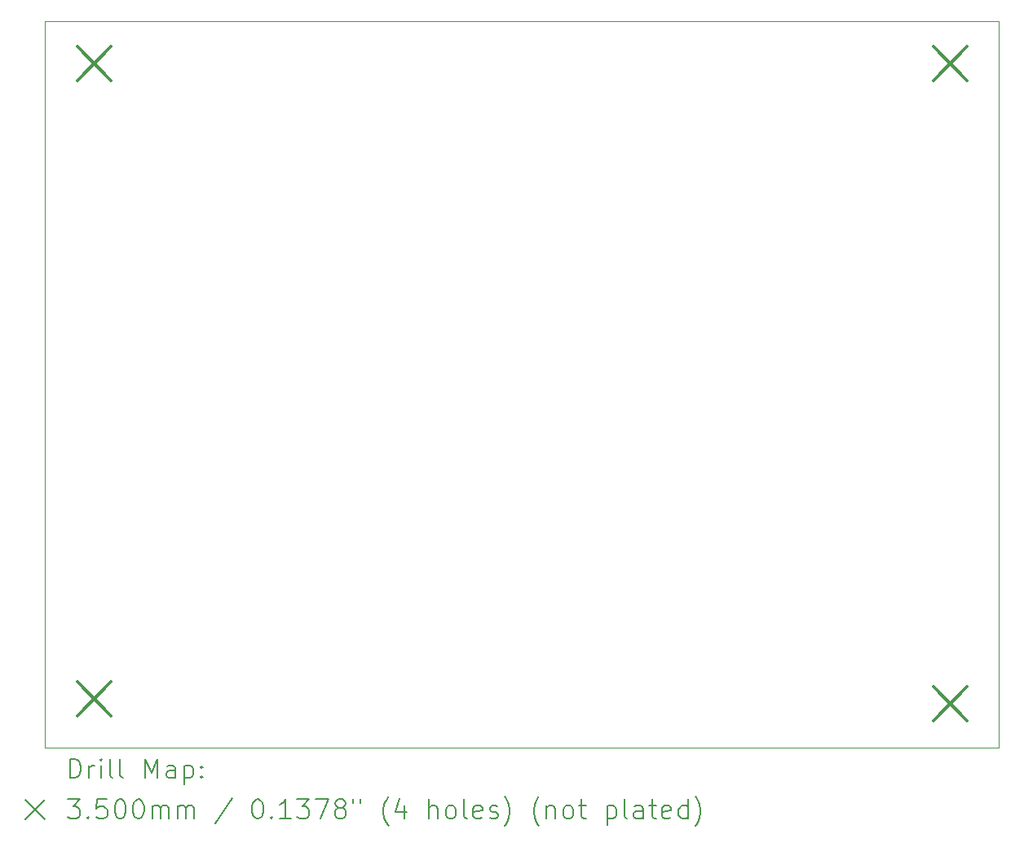
<source format=gbr>
%TF.GenerationSoftware,KiCad,Pcbnew,9.0.2*%
%TF.CreationDate,2026-02-09T22:24:12+09:00*%
%TF.ProjectId,EMUZ80_RP2040,454d555a-3830-45f5-9250-323034302e6b,Rev001*%
%TF.SameCoordinates,Original*%
%TF.FileFunction,Drillmap*%
%TF.FilePolarity,Positive*%
%FSLAX45Y45*%
G04 Gerber Fmt 4.5, Leading zero omitted, Abs format (unit mm)*
G04 Created by KiCad (PCBNEW 9.0.2) date 2026-02-09 22:24:12*
%MOMM*%
%LPD*%
G01*
G04 APERTURE LIST*
%ADD10C,0.100000*%
%ADD11C,0.200000*%
%ADD12C,0.350000*%
G04 APERTURE END LIST*
D10*
X10338500Y-14227000D02*
X10338500Y-6670500D01*
X20244500Y-6670500D02*
X20244500Y-14227000D01*
X20244500Y-14227000D02*
X10338500Y-14227000D01*
X20244500Y-6670500D02*
X10338500Y-6670500D01*
D11*
D12*
X10671500Y-6940000D02*
X11021500Y-7290000D01*
X11021500Y-6940000D02*
X10671500Y-7290000D01*
X10671500Y-13544000D02*
X11021500Y-13894000D01*
X11021500Y-13544000D02*
X10671500Y-13894000D01*
X19561500Y-6940000D02*
X19911500Y-7290000D01*
X19911500Y-6940000D02*
X19561500Y-7290000D01*
X19561500Y-13594800D02*
X19911500Y-13944800D01*
X19911500Y-13594800D02*
X19561500Y-13944800D01*
D11*
X10594277Y-14543484D02*
X10594277Y-14343484D01*
X10594277Y-14343484D02*
X10641896Y-14343484D01*
X10641896Y-14343484D02*
X10670467Y-14353008D01*
X10670467Y-14353008D02*
X10689515Y-14372055D01*
X10689515Y-14372055D02*
X10699039Y-14391103D01*
X10699039Y-14391103D02*
X10708563Y-14429198D01*
X10708563Y-14429198D02*
X10708563Y-14457769D01*
X10708563Y-14457769D02*
X10699039Y-14495865D01*
X10699039Y-14495865D02*
X10689515Y-14514912D01*
X10689515Y-14514912D02*
X10670467Y-14533960D01*
X10670467Y-14533960D02*
X10641896Y-14543484D01*
X10641896Y-14543484D02*
X10594277Y-14543484D01*
X10794277Y-14543484D02*
X10794277Y-14410150D01*
X10794277Y-14448246D02*
X10803801Y-14429198D01*
X10803801Y-14429198D02*
X10813324Y-14419674D01*
X10813324Y-14419674D02*
X10832372Y-14410150D01*
X10832372Y-14410150D02*
X10851420Y-14410150D01*
X10918086Y-14543484D02*
X10918086Y-14410150D01*
X10918086Y-14343484D02*
X10908563Y-14353008D01*
X10908563Y-14353008D02*
X10918086Y-14362531D01*
X10918086Y-14362531D02*
X10927610Y-14353008D01*
X10927610Y-14353008D02*
X10918086Y-14343484D01*
X10918086Y-14343484D02*
X10918086Y-14362531D01*
X11041896Y-14543484D02*
X11022848Y-14533960D01*
X11022848Y-14533960D02*
X11013324Y-14514912D01*
X11013324Y-14514912D02*
X11013324Y-14343484D01*
X11146658Y-14543484D02*
X11127610Y-14533960D01*
X11127610Y-14533960D02*
X11118086Y-14514912D01*
X11118086Y-14514912D02*
X11118086Y-14343484D01*
X11375229Y-14543484D02*
X11375229Y-14343484D01*
X11375229Y-14343484D02*
X11441896Y-14486341D01*
X11441896Y-14486341D02*
X11508562Y-14343484D01*
X11508562Y-14343484D02*
X11508562Y-14543484D01*
X11689515Y-14543484D02*
X11689515Y-14438722D01*
X11689515Y-14438722D02*
X11679991Y-14419674D01*
X11679991Y-14419674D02*
X11660943Y-14410150D01*
X11660943Y-14410150D02*
X11622848Y-14410150D01*
X11622848Y-14410150D02*
X11603801Y-14419674D01*
X11689515Y-14533960D02*
X11670467Y-14543484D01*
X11670467Y-14543484D02*
X11622848Y-14543484D01*
X11622848Y-14543484D02*
X11603801Y-14533960D01*
X11603801Y-14533960D02*
X11594277Y-14514912D01*
X11594277Y-14514912D02*
X11594277Y-14495865D01*
X11594277Y-14495865D02*
X11603801Y-14476817D01*
X11603801Y-14476817D02*
X11622848Y-14467293D01*
X11622848Y-14467293D02*
X11670467Y-14467293D01*
X11670467Y-14467293D02*
X11689515Y-14457769D01*
X11784753Y-14410150D02*
X11784753Y-14610150D01*
X11784753Y-14419674D02*
X11803801Y-14410150D01*
X11803801Y-14410150D02*
X11841896Y-14410150D01*
X11841896Y-14410150D02*
X11860943Y-14419674D01*
X11860943Y-14419674D02*
X11870467Y-14429198D01*
X11870467Y-14429198D02*
X11879991Y-14448246D01*
X11879991Y-14448246D02*
X11879991Y-14505388D01*
X11879991Y-14505388D02*
X11870467Y-14524436D01*
X11870467Y-14524436D02*
X11860943Y-14533960D01*
X11860943Y-14533960D02*
X11841896Y-14543484D01*
X11841896Y-14543484D02*
X11803801Y-14543484D01*
X11803801Y-14543484D02*
X11784753Y-14533960D01*
X11965705Y-14524436D02*
X11975229Y-14533960D01*
X11975229Y-14533960D02*
X11965705Y-14543484D01*
X11965705Y-14543484D02*
X11956182Y-14533960D01*
X11956182Y-14533960D02*
X11965705Y-14524436D01*
X11965705Y-14524436D02*
X11965705Y-14543484D01*
X11965705Y-14419674D02*
X11975229Y-14429198D01*
X11975229Y-14429198D02*
X11965705Y-14438722D01*
X11965705Y-14438722D02*
X11956182Y-14429198D01*
X11956182Y-14429198D02*
X11965705Y-14419674D01*
X11965705Y-14419674D02*
X11965705Y-14438722D01*
X10133500Y-14772000D02*
X10333500Y-14972000D01*
X10333500Y-14772000D02*
X10133500Y-14972000D01*
X10575229Y-14763484D02*
X10699039Y-14763484D01*
X10699039Y-14763484D02*
X10632372Y-14839674D01*
X10632372Y-14839674D02*
X10660944Y-14839674D01*
X10660944Y-14839674D02*
X10679991Y-14849198D01*
X10679991Y-14849198D02*
X10689515Y-14858722D01*
X10689515Y-14858722D02*
X10699039Y-14877769D01*
X10699039Y-14877769D02*
X10699039Y-14925388D01*
X10699039Y-14925388D02*
X10689515Y-14944436D01*
X10689515Y-14944436D02*
X10679991Y-14953960D01*
X10679991Y-14953960D02*
X10660944Y-14963484D01*
X10660944Y-14963484D02*
X10603801Y-14963484D01*
X10603801Y-14963484D02*
X10584753Y-14953960D01*
X10584753Y-14953960D02*
X10575229Y-14944436D01*
X10784753Y-14944436D02*
X10794277Y-14953960D01*
X10794277Y-14953960D02*
X10784753Y-14963484D01*
X10784753Y-14963484D02*
X10775229Y-14953960D01*
X10775229Y-14953960D02*
X10784753Y-14944436D01*
X10784753Y-14944436D02*
X10784753Y-14963484D01*
X10975229Y-14763484D02*
X10879991Y-14763484D01*
X10879991Y-14763484D02*
X10870467Y-14858722D01*
X10870467Y-14858722D02*
X10879991Y-14849198D01*
X10879991Y-14849198D02*
X10899039Y-14839674D01*
X10899039Y-14839674D02*
X10946658Y-14839674D01*
X10946658Y-14839674D02*
X10965705Y-14849198D01*
X10965705Y-14849198D02*
X10975229Y-14858722D01*
X10975229Y-14858722D02*
X10984753Y-14877769D01*
X10984753Y-14877769D02*
X10984753Y-14925388D01*
X10984753Y-14925388D02*
X10975229Y-14944436D01*
X10975229Y-14944436D02*
X10965705Y-14953960D01*
X10965705Y-14953960D02*
X10946658Y-14963484D01*
X10946658Y-14963484D02*
X10899039Y-14963484D01*
X10899039Y-14963484D02*
X10879991Y-14953960D01*
X10879991Y-14953960D02*
X10870467Y-14944436D01*
X11108563Y-14763484D02*
X11127610Y-14763484D01*
X11127610Y-14763484D02*
X11146658Y-14773008D01*
X11146658Y-14773008D02*
X11156182Y-14782531D01*
X11156182Y-14782531D02*
X11165705Y-14801579D01*
X11165705Y-14801579D02*
X11175229Y-14839674D01*
X11175229Y-14839674D02*
X11175229Y-14887293D01*
X11175229Y-14887293D02*
X11165705Y-14925388D01*
X11165705Y-14925388D02*
X11156182Y-14944436D01*
X11156182Y-14944436D02*
X11146658Y-14953960D01*
X11146658Y-14953960D02*
X11127610Y-14963484D01*
X11127610Y-14963484D02*
X11108563Y-14963484D01*
X11108563Y-14963484D02*
X11089515Y-14953960D01*
X11089515Y-14953960D02*
X11079991Y-14944436D01*
X11079991Y-14944436D02*
X11070467Y-14925388D01*
X11070467Y-14925388D02*
X11060944Y-14887293D01*
X11060944Y-14887293D02*
X11060944Y-14839674D01*
X11060944Y-14839674D02*
X11070467Y-14801579D01*
X11070467Y-14801579D02*
X11079991Y-14782531D01*
X11079991Y-14782531D02*
X11089515Y-14773008D01*
X11089515Y-14773008D02*
X11108563Y-14763484D01*
X11299039Y-14763484D02*
X11318086Y-14763484D01*
X11318086Y-14763484D02*
X11337134Y-14773008D01*
X11337134Y-14773008D02*
X11346658Y-14782531D01*
X11346658Y-14782531D02*
X11356182Y-14801579D01*
X11356182Y-14801579D02*
X11365705Y-14839674D01*
X11365705Y-14839674D02*
X11365705Y-14887293D01*
X11365705Y-14887293D02*
X11356182Y-14925388D01*
X11356182Y-14925388D02*
X11346658Y-14944436D01*
X11346658Y-14944436D02*
X11337134Y-14953960D01*
X11337134Y-14953960D02*
X11318086Y-14963484D01*
X11318086Y-14963484D02*
X11299039Y-14963484D01*
X11299039Y-14963484D02*
X11279991Y-14953960D01*
X11279991Y-14953960D02*
X11270467Y-14944436D01*
X11270467Y-14944436D02*
X11260943Y-14925388D01*
X11260943Y-14925388D02*
X11251420Y-14887293D01*
X11251420Y-14887293D02*
X11251420Y-14839674D01*
X11251420Y-14839674D02*
X11260943Y-14801579D01*
X11260943Y-14801579D02*
X11270467Y-14782531D01*
X11270467Y-14782531D02*
X11279991Y-14773008D01*
X11279991Y-14773008D02*
X11299039Y-14763484D01*
X11451420Y-14963484D02*
X11451420Y-14830150D01*
X11451420Y-14849198D02*
X11460943Y-14839674D01*
X11460943Y-14839674D02*
X11479991Y-14830150D01*
X11479991Y-14830150D02*
X11508563Y-14830150D01*
X11508563Y-14830150D02*
X11527610Y-14839674D01*
X11527610Y-14839674D02*
X11537134Y-14858722D01*
X11537134Y-14858722D02*
X11537134Y-14963484D01*
X11537134Y-14858722D02*
X11546658Y-14839674D01*
X11546658Y-14839674D02*
X11565705Y-14830150D01*
X11565705Y-14830150D02*
X11594277Y-14830150D01*
X11594277Y-14830150D02*
X11613324Y-14839674D01*
X11613324Y-14839674D02*
X11622848Y-14858722D01*
X11622848Y-14858722D02*
X11622848Y-14963484D01*
X11718086Y-14963484D02*
X11718086Y-14830150D01*
X11718086Y-14849198D02*
X11727610Y-14839674D01*
X11727610Y-14839674D02*
X11746658Y-14830150D01*
X11746658Y-14830150D02*
X11775229Y-14830150D01*
X11775229Y-14830150D02*
X11794277Y-14839674D01*
X11794277Y-14839674D02*
X11803801Y-14858722D01*
X11803801Y-14858722D02*
X11803801Y-14963484D01*
X11803801Y-14858722D02*
X11813324Y-14839674D01*
X11813324Y-14839674D02*
X11832372Y-14830150D01*
X11832372Y-14830150D02*
X11860943Y-14830150D01*
X11860943Y-14830150D02*
X11879991Y-14839674D01*
X11879991Y-14839674D02*
X11889515Y-14858722D01*
X11889515Y-14858722D02*
X11889515Y-14963484D01*
X12279991Y-14753960D02*
X12108563Y-15011103D01*
X12537134Y-14763484D02*
X12556182Y-14763484D01*
X12556182Y-14763484D02*
X12575229Y-14773008D01*
X12575229Y-14773008D02*
X12584753Y-14782531D01*
X12584753Y-14782531D02*
X12594277Y-14801579D01*
X12594277Y-14801579D02*
X12603801Y-14839674D01*
X12603801Y-14839674D02*
X12603801Y-14887293D01*
X12603801Y-14887293D02*
X12594277Y-14925388D01*
X12594277Y-14925388D02*
X12584753Y-14944436D01*
X12584753Y-14944436D02*
X12575229Y-14953960D01*
X12575229Y-14953960D02*
X12556182Y-14963484D01*
X12556182Y-14963484D02*
X12537134Y-14963484D01*
X12537134Y-14963484D02*
X12518086Y-14953960D01*
X12518086Y-14953960D02*
X12508563Y-14944436D01*
X12508563Y-14944436D02*
X12499039Y-14925388D01*
X12499039Y-14925388D02*
X12489515Y-14887293D01*
X12489515Y-14887293D02*
X12489515Y-14839674D01*
X12489515Y-14839674D02*
X12499039Y-14801579D01*
X12499039Y-14801579D02*
X12508563Y-14782531D01*
X12508563Y-14782531D02*
X12518086Y-14773008D01*
X12518086Y-14773008D02*
X12537134Y-14763484D01*
X12689515Y-14944436D02*
X12699039Y-14953960D01*
X12699039Y-14953960D02*
X12689515Y-14963484D01*
X12689515Y-14963484D02*
X12679991Y-14953960D01*
X12679991Y-14953960D02*
X12689515Y-14944436D01*
X12689515Y-14944436D02*
X12689515Y-14963484D01*
X12889515Y-14963484D02*
X12775229Y-14963484D01*
X12832372Y-14963484D02*
X12832372Y-14763484D01*
X12832372Y-14763484D02*
X12813325Y-14792055D01*
X12813325Y-14792055D02*
X12794277Y-14811103D01*
X12794277Y-14811103D02*
X12775229Y-14820627D01*
X12956182Y-14763484D02*
X13079991Y-14763484D01*
X13079991Y-14763484D02*
X13013325Y-14839674D01*
X13013325Y-14839674D02*
X13041896Y-14839674D01*
X13041896Y-14839674D02*
X13060944Y-14849198D01*
X13060944Y-14849198D02*
X13070467Y-14858722D01*
X13070467Y-14858722D02*
X13079991Y-14877769D01*
X13079991Y-14877769D02*
X13079991Y-14925388D01*
X13079991Y-14925388D02*
X13070467Y-14944436D01*
X13070467Y-14944436D02*
X13060944Y-14953960D01*
X13060944Y-14953960D02*
X13041896Y-14963484D01*
X13041896Y-14963484D02*
X12984753Y-14963484D01*
X12984753Y-14963484D02*
X12965706Y-14953960D01*
X12965706Y-14953960D02*
X12956182Y-14944436D01*
X13146658Y-14763484D02*
X13279991Y-14763484D01*
X13279991Y-14763484D02*
X13194277Y-14963484D01*
X13384753Y-14849198D02*
X13365706Y-14839674D01*
X13365706Y-14839674D02*
X13356182Y-14830150D01*
X13356182Y-14830150D02*
X13346658Y-14811103D01*
X13346658Y-14811103D02*
X13346658Y-14801579D01*
X13346658Y-14801579D02*
X13356182Y-14782531D01*
X13356182Y-14782531D02*
X13365706Y-14773008D01*
X13365706Y-14773008D02*
X13384753Y-14763484D01*
X13384753Y-14763484D02*
X13422848Y-14763484D01*
X13422848Y-14763484D02*
X13441896Y-14773008D01*
X13441896Y-14773008D02*
X13451420Y-14782531D01*
X13451420Y-14782531D02*
X13460944Y-14801579D01*
X13460944Y-14801579D02*
X13460944Y-14811103D01*
X13460944Y-14811103D02*
X13451420Y-14830150D01*
X13451420Y-14830150D02*
X13441896Y-14839674D01*
X13441896Y-14839674D02*
X13422848Y-14849198D01*
X13422848Y-14849198D02*
X13384753Y-14849198D01*
X13384753Y-14849198D02*
X13365706Y-14858722D01*
X13365706Y-14858722D02*
X13356182Y-14868246D01*
X13356182Y-14868246D02*
X13346658Y-14887293D01*
X13346658Y-14887293D02*
X13346658Y-14925388D01*
X13346658Y-14925388D02*
X13356182Y-14944436D01*
X13356182Y-14944436D02*
X13365706Y-14953960D01*
X13365706Y-14953960D02*
X13384753Y-14963484D01*
X13384753Y-14963484D02*
X13422848Y-14963484D01*
X13422848Y-14963484D02*
X13441896Y-14953960D01*
X13441896Y-14953960D02*
X13451420Y-14944436D01*
X13451420Y-14944436D02*
X13460944Y-14925388D01*
X13460944Y-14925388D02*
X13460944Y-14887293D01*
X13460944Y-14887293D02*
X13451420Y-14868246D01*
X13451420Y-14868246D02*
X13441896Y-14858722D01*
X13441896Y-14858722D02*
X13422848Y-14849198D01*
X13537134Y-14763484D02*
X13537134Y-14801579D01*
X13613325Y-14763484D02*
X13613325Y-14801579D01*
X13908563Y-15039674D02*
X13899039Y-15030150D01*
X13899039Y-15030150D02*
X13879991Y-15001579D01*
X13879991Y-15001579D02*
X13870468Y-14982531D01*
X13870468Y-14982531D02*
X13860944Y-14953960D01*
X13860944Y-14953960D02*
X13851420Y-14906341D01*
X13851420Y-14906341D02*
X13851420Y-14868246D01*
X13851420Y-14868246D02*
X13860944Y-14820627D01*
X13860944Y-14820627D02*
X13870468Y-14792055D01*
X13870468Y-14792055D02*
X13879991Y-14773008D01*
X13879991Y-14773008D02*
X13899039Y-14744436D01*
X13899039Y-14744436D02*
X13908563Y-14734912D01*
X14070468Y-14830150D02*
X14070468Y-14963484D01*
X14022848Y-14753960D02*
X13975229Y-14896817D01*
X13975229Y-14896817D02*
X14099039Y-14896817D01*
X14327610Y-14963484D02*
X14327610Y-14763484D01*
X14413325Y-14963484D02*
X14413325Y-14858722D01*
X14413325Y-14858722D02*
X14403801Y-14839674D01*
X14403801Y-14839674D02*
X14384753Y-14830150D01*
X14384753Y-14830150D02*
X14356182Y-14830150D01*
X14356182Y-14830150D02*
X14337134Y-14839674D01*
X14337134Y-14839674D02*
X14327610Y-14849198D01*
X14537134Y-14963484D02*
X14518087Y-14953960D01*
X14518087Y-14953960D02*
X14508563Y-14944436D01*
X14508563Y-14944436D02*
X14499039Y-14925388D01*
X14499039Y-14925388D02*
X14499039Y-14868246D01*
X14499039Y-14868246D02*
X14508563Y-14849198D01*
X14508563Y-14849198D02*
X14518087Y-14839674D01*
X14518087Y-14839674D02*
X14537134Y-14830150D01*
X14537134Y-14830150D02*
X14565706Y-14830150D01*
X14565706Y-14830150D02*
X14584753Y-14839674D01*
X14584753Y-14839674D02*
X14594277Y-14849198D01*
X14594277Y-14849198D02*
X14603801Y-14868246D01*
X14603801Y-14868246D02*
X14603801Y-14925388D01*
X14603801Y-14925388D02*
X14594277Y-14944436D01*
X14594277Y-14944436D02*
X14584753Y-14953960D01*
X14584753Y-14953960D02*
X14565706Y-14963484D01*
X14565706Y-14963484D02*
X14537134Y-14963484D01*
X14718087Y-14963484D02*
X14699039Y-14953960D01*
X14699039Y-14953960D02*
X14689515Y-14934912D01*
X14689515Y-14934912D02*
X14689515Y-14763484D01*
X14870468Y-14953960D02*
X14851420Y-14963484D01*
X14851420Y-14963484D02*
X14813325Y-14963484D01*
X14813325Y-14963484D02*
X14794277Y-14953960D01*
X14794277Y-14953960D02*
X14784753Y-14934912D01*
X14784753Y-14934912D02*
X14784753Y-14858722D01*
X14784753Y-14858722D02*
X14794277Y-14839674D01*
X14794277Y-14839674D02*
X14813325Y-14830150D01*
X14813325Y-14830150D02*
X14851420Y-14830150D01*
X14851420Y-14830150D02*
X14870468Y-14839674D01*
X14870468Y-14839674D02*
X14879991Y-14858722D01*
X14879991Y-14858722D02*
X14879991Y-14877769D01*
X14879991Y-14877769D02*
X14784753Y-14896817D01*
X14956182Y-14953960D02*
X14975230Y-14963484D01*
X14975230Y-14963484D02*
X15013325Y-14963484D01*
X15013325Y-14963484D02*
X15032372Y-14953960D01*
X15032372Y-14953960D02*
X15041896Y-14934912D01*
X15041896Y-14934912D02*
X15041896Y-14925388D01*
X15041896Y-14925388D02*
X15032372Y-14906341D01*
X15032372Y-14906341D02*
X15013325Y-14896817D01*
X15013325Y-14896817D02*
X14984753Y-14896817D01*
X14984753Y-14896817D02*
X14965706Y-14887293D01*
X14965706Y-14887293D02*
X14956182Y-14868246D01*
X14956182Y-14868246D02*
X14956182Y-14858722D01*
X14956182Y-14858722D02*
X14965706Y-14839674D01*
X14965706Y-14839674D02*
X14984753Y-14830150D01*
X14984753Y-14830150D02*
X15013325Y-14830150D01*
X15013325Y-14830150D02*
X15032372Y-14839674D01*
X15108563Y-15039674D02*
X15118087Y-15030150D01*
X15118087Y-15030150D02*
X15137134Y-15001579D01*
X15137134Y-15001579D02*
X15146658Y-14982531D01*
X15146658Y-14982531D02*
X15156182Y-14953960D01*
X15156182Y-14953960D02*
X15165706Y-14906341D01*
X15165706Y-14906341D02*
X15165706Y-14868246D01*
X15165706Y-14868246D02*
X15156182Y-14820627D01*
X15156182Y-14820627D02*
X15146658Y-14792055D01*
X15146658Y-14792055D02*
X15137134Y-14773008D01*
X15137134Y-14773008D02*
X15118087Y-14744436D01*
X15118087Y-14744436D02*
X15108563Y-14734912D01*
X15470468Y-15039674D02*
X15460944Y-15030150D01*
X15460944Y-15030150D02*
X15441896Y-15001579D01*
X15441896Y-15001579D02*
X15432372Y-14982531D01*
X15432372Y-14982531D02*
X15422849Y-14953960D01*
X15422849Y-14953960D02*
X15413325Y-14906341D01*
X15413325Y-14906341D02*
X15413325Y-14868246D01*
X15413325Y-14868246D02*
X15422849Y-14820627D01*
X15422849Y-14820627D02*
X15432372Y-14792055D01*
X15432372Y-14792055D02*
X15441896Y-14773008D01*
X15441896Y-14773008D02*
X15460944Y-14744436D01*
X15460944Y-14744436D02*
X15470468Y-14734912D01*
X15546658Y-14830150D02*
X15546658Y-14963484D01*
X15546658Y-14849198D02*
X15556182Y-14839674D01*
X15556182Y-14839674D02*
X15575230Y-14830150D01*
X15575230Y-14830150D02*
X15603801Y-14830150D01*
X15603801Y-14830150D02*
X15622849Y-14839674D01*
X15622849Y-14839674D02*
X15632372Y-14858722D01*
X15632372Y-14858722D02*
X15632372Y-14963484D01*
X15756182Y-14963484D02*
X15737134Y-14953960D01*
X15737134Y-14953960D02*
X15727611Y-14944436D01*
X15727611Y-14944436D02*
X15718087Y-14925388D01*
X15718087Y-14925388D02*
X15718087Y-14868246D01*
X15718087Y-14868246D02*
X15727611Y-14849198D01*
X15727611Y-14849198D02*
X15737134Y-14839674D01*
X15737134Y-14839674D02*
X15756182Y-14830150D01*
X15756182Y-14830150D02*
X15784753Y-14830150D01*
X15784753Y-14830150D02*
X15803801Y-14839674D01*
X15803801Y-14839674D02*
X15813325Y-14849198D01*
X15813325Y-14849198D02*
X15822849Y-14868246D01*
X15822849Y-14868246D02*
X15822849Y-14925388D01*
X15822849Y-14925388D02*
X15813325Y-14944436D01*
X15813325Y-14944436D02*
X15803801Y-14953960D01*
X15803801Y-14953960D02*
X15784753Y-14963484D01*
X15784753Y-14963484D02*
X15756182Y-14963484D01*
X15879992Y-14830150D02*
X15956182Y-14830150D01*
X15908563Y-14763484D02*
X15908563Y-14934912D01*
X15908563Y-14934912D02*
X15918087Y-14953960D01*
X15918087Y-14953960D02*
X15937134Y-14963484D01*
X15937134Y-14963484D02*
X15956182Y-14963484D01*
X16175230Y-14830150D02*
X16175230Y-15030150D01*
X16175230Y-14839674D02*
X16194277Y-14830150D01*
X16194277Y-14830150D02*
X16232373Y-14830150D01*
X16232373Y-14830150D02*
X16251420Y-14839674D01*
X16251420Y-14839674D02*
X16260944Y-14849198D01*
X16260944Y-14849198D02*
X16270468Y-14868246D01*
X16270468Y-14868246D02*
X16270468Y-14925388D01*
X16270468Y-14925388D02*
X16260944Y-14944436D01*
X16260944Y-14944436D02*
X16251420Y-14953960D01*
X16251420Y-14953960D02*
X16232373Y-14963484D01*
X16232373Y-14963484D02*
X16194277Y-14963484D01*
X16194277Y-14963484D02*
X16175230Y-14953960D01*
X16384753Y-14963484D02*
X16365706Y-14953960D01*
X16365706Y-14953960D02*
X16356182Y-14934912D01*
X16356182Y-14934912D02*
X16356182Y-14763484D01*
X16546658Y-14963484D02*
X16546658Y-14858722D01*
X16546658Y-14858722D02*
X16537134Y-14839674D01*
X16537134Y-14839674D02*
X16518087Y-14830150D01*
X16518087Y-14830150D02*
X16479992Y-14830150D01*
X16479992Y-14830150D02*
X16460944Y-14839674D01*
X16546658Y-14953960D02*
X16527611Y-14963484D01*
X16527611Y-14963484D02*
X16479992Y-14963484D01*
X16479992Y-14963484D02*
X16460944Y-14953960D01*
X16460944Y-14953960D02*
X16451420Y-14934912D01*
X16451420Y-14934912D02*
X16451420Y-14915865D01*
X16451420Y-14915865D02*
X16460944Y-14896817D01*
X16460944Y-14896817D02*
X16479992Y-14887293D01*
X16479992Y-14887293D02*
X16527611Y-14887293D01*
X16527611Y-14887293D02*
X16546658Y-14877769D01*
X16613325Y-14830150D02*
X16689515Y-14830150D01*
X16641896Y-14763484D02*
X16641896Y-14934912D01*
X16641896Y-14934912D02*
X16651420Y-14953960D01*
X16651420Y-14953960D02*
X16670468Y-14963484D01*
X16670468Y-14963484D02*
X16689515Y-14963484D01*
X16832373Y-14953960D02*
X16813325Y-14963484D01*
X16813325Y-14963484D02*
X16775230Y-14963484D01*
X16775230Y-14963484D02*
X16756182Y-14953960D01*
X16756182Y-14953960D02*
X16746658Y-14934912D01*
X16746658Y-14934912D02*
X16746658Y-14858722D01*
X16746658Y-14858722D02*
X16756182Y-14839674D01*
X16756182Y-14839674D02*
X16775230Y-14830150D01*
X16775230Y-14830150D02*
X16813325Y-14830150D01*
X16813325Y-14830150D02*
X16832373Y-14839674D01*
X16832373Y-14839674D02*
X16841896Y-14858722D01*
X16841896Y-14858722D02*
X16841896Y-14877769D01*
X16841896Y-14877769D02*
X16746658Y-14896817D01*
X17013325Y-14963484D02*
X17013325Y-14763484D01*
X17013325Y-14953960D02*
X16994277Y-14963484D01*
X16994277Y-14963484D02*
X16956182Y-14963484D01*
X16956182Y-14963484D02*
X16937135Y-14953960D01*
X16937135Y-14953960D02*
X16927611Y-14944436D01*
X16927611Y-14944436D02*
X16918087Y-14925388D01*
X16918087Y-14925388D02*
X16918087Y-14868246D01*
X16918087Y-14868246D02*
X16927611Y-14849198D01*
X16927611Y-14849198D02*
X16937135Y-14839674D01*
X16937135Y-14839674D02*
X16956182Y-14830150D01*
X16956182Y-14830150D02*
X16994277Y-14830150D01*
X16994277Y-14830150D02*
X17013325Y-14839674D01*
X17089516Y-15039674D02*
X17099039Y-15030150D01*
X17099039Y-15030150D02*
X17118087Y-15001579D01*
X17118087Y-15001579D02*
X17127611Y-14982531D01*
X17127611Y-14982531D02*
X17137135Y-14953960D01*
X17137135Y-14953960D02*
X17146658Y-14906341D01*
X17146658Y-14906341D02*
X17146658Y-14868246D01*
X17146658Y-14868246D02*
X17137135Y-14820627D01*
X17137135Y-14820627D02*
X17127611Y-14792055D01*
X17127611Y-14792055D02*
X17118087Y-14773008D01*
X17118087Y-14773008D02*
X17099039Y-14744436D01*
X17099039Y-14744436D02*
X17089516Y-14734912D01*
M02*

</source>
